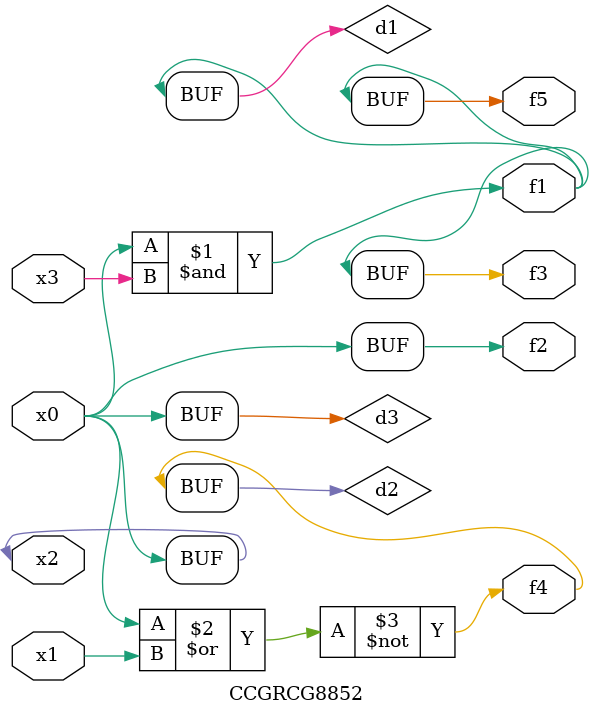
<source format=v>
module CCGRCG8852(
	input x0, x1, x2, x3,
	output f1, f2, f3, f4, f5
);

	wire d1, d2, d3;

	and (d1, x2, x3);
	nor (d2, x0, x1);
	buf (d3, x0, x2);
	assign f1 = d1;
	assign f2 = d3;
	assign f3 = d1;
	assign f4 = d2;
	assign f5 = d1;
endmodule

</source>
